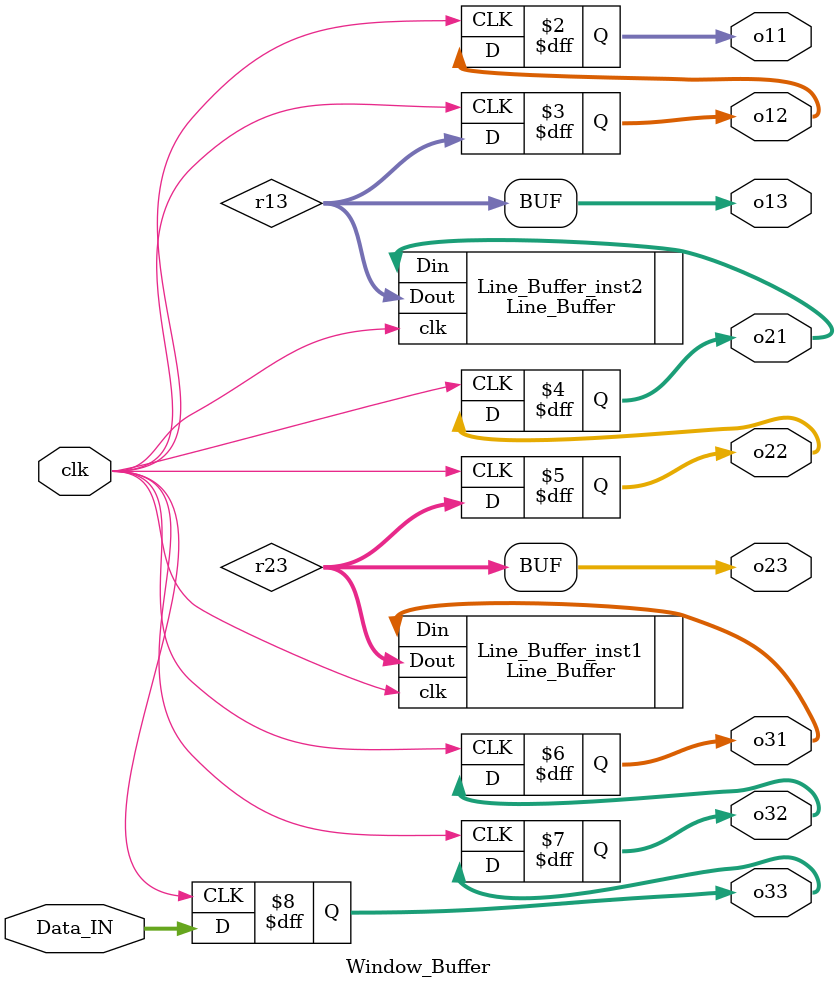
<source format=v>
module Window_Buffer 
#(
	parameter DATA_WIDTH = 8
	//parameter ADDR_WIDTH = 16,
	//parameter DEPTH = 1 << ADDR_WIDTH	
)
(
	input clk,
	input [DATA_WIDTH-1:0] Data_IN,
	output [DATA_WIDTH-1:0] o23, o13,
	output reg [DATA_WIDTH-1:0] o11, o12, o21, o22, o31, o32, o33
);

	wire [DATA_WIDTH-1:0] r13;
//	wire [DATA_WIDTH-1:0] r12;
//	wire [DATA_WIDTH-1:0] r21;
	wire [DATA_WIDTH-1:0] r23;
//	wire [DATA_WIDTH-1:0] r31;
//	wire [DATA_WIDTH-1:0] r32;
//	wire [DATA_WIDTH-1:0] r33;
	
	Line_Buffer Line_Buffer_inst1(.clk(clk),
											.Din(o31),
											.Dout(r23)
											);
	
	Line_Buffer Line_Buffer_inst2(.clk(clk),
											.Din(o21),
											.Dout(r13)
											);
	assign o23 = r23;
	assign o13 = r13;
	always @(posedge clk) 
	begin
		o33 <= Data_IN;
		o32 <= o33;
		o31 <= o32;
		o22 <= r23;
		o21 <= o22;
		o12 <= r13;
		o11 <= o12;
	end
endmodule





</source>
